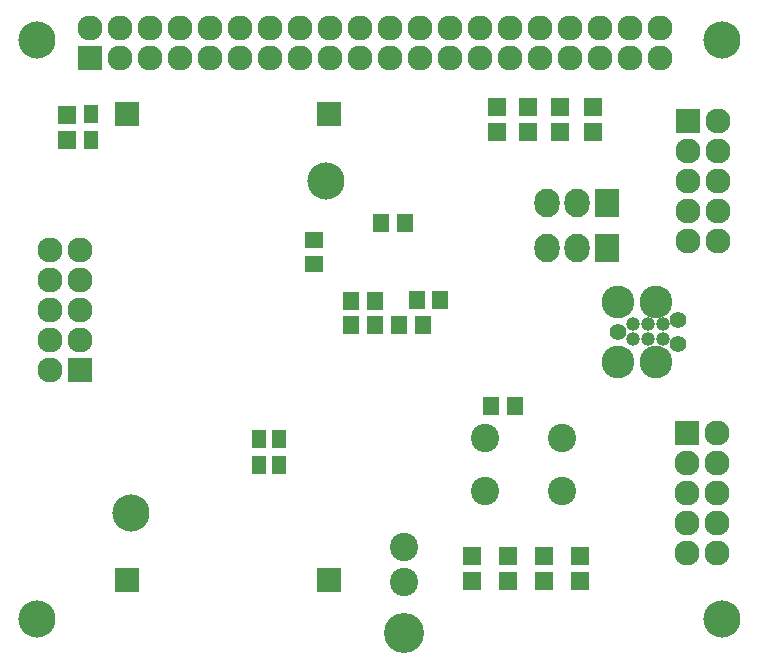
<source format=gbr>
G04 #@! TF.FileFunction,Soldermask,Top*
%FSLAX46Y46*%
G04 Gerber Fmt 4.6, Leading zero omitted, Abs format (unit mm)*
G04 Created by KiCad (PCBNEW 4.0.1-stable) date 12-Feb-16 11:10:28 AM*
%MOMM*%
G01*
G04 APERTURE LIST*
%ADD10C,0.100000*%
%ADD11C,3.150000*%
%ADD12R,2.127200X2.127200*%
%ADD13C,2.127200*%
%ADD14R,1.400000X1.650000*%
%ADD15R,1.650000X1.400000*%
%ADD16R,1.598880X1.598880*%
%ADD17R,2.127200X2.432000*%
%ADD18O,2.127200X2.432000*%
%ADD19C,1.391000*%
%ADD20C,1.187000*%
%ADD21C,2.775000*%
%ADD22O,2.127200X2.127200*%
%ADD23C,2.400000*%
%ADD24C,3.400000*%
%ADD25R,1.300000X1.600000*%
G04 APERTURE END LIST*
D10*
D11*
X10000Y0D03*
X58010000Y0D03*
X10000Y-49000000D03*
X58010000Y-49000000D03*
D12*
X4510000Y-1500000D03*
D13*
X4510000Y1040000D03*
X7050000Y-1500000D03*
X7050000Y1040000D03*
X9590000Y-1500000D03*
X9590000Y1040000D03*
X12130000Y-1500000D03*
X12130000Y1040000D03*
X14670000Y-1500000D03*
X14670000Y1040000D03*
X17210000Y-1500000D03*
X17210000Y1040000D03*
X19750000Y-1500000D03*
X19750000Y1040000D03*
X22290000Y-1500000D03*
X22290000Y1040000D03*
X24830000Y-1500000D03*
X24830000Y1040000D03*
X27370000Y-1500000D03*
X27370000Y1040000D03*
X29910000Y-1500000D03*
X29910000Y1040000D03*
X32450000Y-1500000D03*
X32450000Y1040000D03*
X34990000Y-1500000D03*
X34990000Y1040000D03*
X37530000Y-1500000D03*
X37530000Y1040000D03*
X40070000Y-1500000D03*
X40070000Y1040000D03*
X42610000Y-1500000D03*
X42610000Y1040000D03*
X45150000Y-1500000D03*
X45150000Y1040000D03*
X47690000Y-1500000D03*
X47690000Y1040000D03*
X50230000Y-1500000D03*
X50230000Y1040000D03*
X52770000Y-1500000D03*
X52770000Y1040000D03*
D14*
X32725000Y-24073000D03*
X30725000Y-24073000D03*
X32200000Y-21970000D03*
X34200000Y-21970000D03*
X31201000Y-15437000D03*
X29201000Y-15437000D03*
D15*
X23530000Y-16960000D03*
X23530000Y-18960000D03*
D14*
X26660000Y-22050000D03*
X28660000Y-22050000D03*
X26660000Y-24110000D03*
X28660000Y-24110000D03*
X38470000Y-30950000D03*
X40470000Y-30950000D03*
D16*
X45984000Y-43654980D03*
X45984000Y-45753020D03*
X36840000Y-43654980D03*
X36840000Y-45753020D03*
X2550000Y-8415020D03*
X2550000Y-6316980D03*
X41650000Y-7749020D03*
X41650000Y-5650980D03*
X38950000Y-7749020D03*
X38950000Y-5650980D03*
X47150000Y-7749020D03*
X47150000Y-5650980D03*
X44350000Y-7749020D03*
X44350000Y-5650980D03*
X39888000Y-43654980D03*
X39888000Y-45753020D03*
X42936000Y-43654980D03*
X42936000Y-45753020D03*
D17*
X48332000Y-13806000D03*
D18*
X45792000Y-13806000D03*
X43252000Y-13806000D03*
D17*
X48332000Y-17616000D03*
D18*
X45792000Y-17616000D03*
X43252000Y-17616000D03*
D19*
X49250000Y-24700000D03*
D20*
X50520000Y-24065000D03*
X50520000Y-25335000D03*
X51790000Y-24065000D03*
X51790000Y-25335000D03*
X53060000Y-25335000D03*
X53060000Y-24065000D03*
D19*
X54330000Y-23684000D03*
X54330000Y-25716000D03*
D21*
X49250000Y-22160000D03*
X52425000Y-22160000D03*
X49250000Y-27240000D03*
X52425000Y-27240000D03*
D12*
X7630000Y-45720000D03*
D11*
X8011000Y-40005000D03*
X24521000Y-11938000D03*
D12*
X24775000Y-45720000D03*
X7630000Y-6223000D03*
X24775000Y-6223000D03*
X55140000Y-6810000D03*
D22*
X57680000Y-6810000D03*
X55140000Y-9350000D03*
X57680000Y-9350000D03*
X55140000Y-11890000D03*
X57680000Y-11890000D03*
X55140000Y-14430000D03*
X57680000Y-14430000D03*
X55140000Y-16970000D03*
X57680000Y-16970000D03*
D12*
X3650000Y-27890000D03*
D22*
X1110000Y-27890000D03*
X3650000Y-25350000D03*
X1110000Y-25350000D03*
X3650000Y-22810000D03*
X1110000Y-22810000D03*
X3650000Y-20270000D03*
X1110000Y-20270000D03*
X3650000Y-17730000D03*
X1110000Y-17730000D03*
D12*
X55100000Y-33290000D03*
D22*
X57640000Y-33290000D03*
X55100000Y-35830000D03*
X57640000Y-35830000D03*
X55100000Y-38370000D03*
X57640000Y-38370000D03*
X55100000Y-40910000D03*
X57640000Y-40910000D03*
X55100000Y-43450000D03*
X57640000Y-43450000D03*
D23*
X31140000Y-42870000D03*
X31140000Y-45870000D03*
D24*
X31140000Y-50190000D03*
D25*
X18800000Y-35970000D03*
X18800000Y-33770000D03*
X20500000Y-33770000D03*
X20500000Y-35970000D03*
X4582000Y-6266000D03*
X4582000Y-8466000D03*
D23*
X37970000Y-33660000D03*
X44470000Y-33660000D03*
X37970000Y-38160000D03*
X44470000Y-38160000D03*
M02*

</source>
